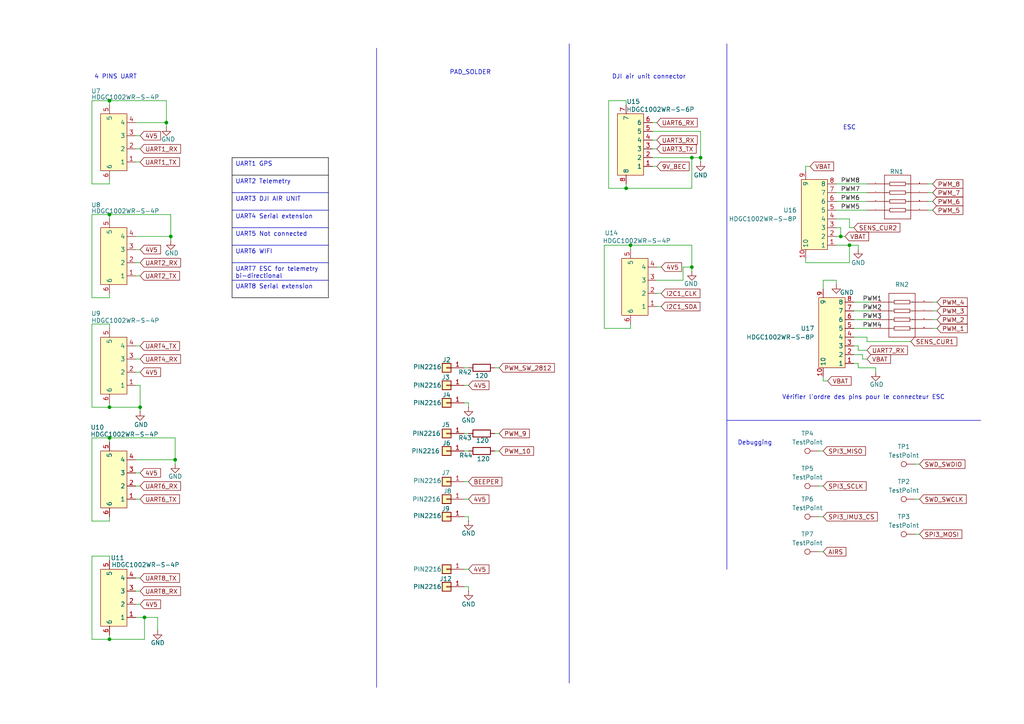
<source format=kicad_sch>
(kicad_sch (version 20250114) (generator "eeschema") (generator_version "9.0")
  (paper "A4")
  (lib_symbols
    (symbol "Connector:TestPoint" (pin_numbers (hide yes)) (pin_names (offset 0.762) (hide yes))
      (property "Reference" "TP" (at 0 6.858 0))
      (property "Value" "TestPoint" (at 0 5.08 0))
      (symbol "TestPoint_0_1"
        (circle (center 0 3.302) (radius 0.762))
      )
      (symbol "TestPoint_1_1"
        (pin passive line (at 0 0 90) (length 2.54) (name "1") (number "1"))
      )
    )
    (symbol "Connector_Generic:Conn_01x01" (pin_names (offset 1.016) (hide yes))
      (property "Reference" "J" (at 0 2.54 0))
      (property "Value" "Conn_01x01" (at 0 -2.54 0))
      (symbol "Conn_01x01_1_1"
        (rectangle (start -1.27 1.27) (end 1.27 -1.27) (stroke (width 0.254)) (fill (type background)))
        (rectangle (start -1.27 0.127) (end 0 -0.127) (stroke (width 0.1524)))
        (pin passive line (at -5.08 0 0) (length 3.81) (name "Pin_1") (number "1"))
      )
    )
    (symbol "Device:R" (pin_numbers (hide yes)) (pin_names (offset 0))
      (property "Reference" "R" (at 2.032 0 90))
      (property "Value" "R" (at 0 0 90))
      (symbol "R_0_1"
        (rectangle (start -1.016 -2.54) (end 1.016 2.54) (stroke (width 0.254)))
      )
      (symbol "R_1_1"
        (pin passive line (at 0 3.81 270) (length 1.27) (name "~") (number "1"))
        (pin passive line (at 0 -3.81 90) (length 1.27) (name "~") (number "2"))
      )
    )
    (symbol "fclib:4D03WGJ0101T5E"
      (property "Reference" "RN2" (at 0 8.89 0))
      (symbol "4D03WGJ0101T5E_1_0"
        (polyline (pts (xy -3.81 6.35) (xy -3.81 -6.35)) (fill (type color) (color 255 255 194 1)))
        (polyline (pts (xy -3.81 6.35) (xy 3.81 6.35)) (fill (type color) (color 255 255 194 1)))
        (polyline (pts (xy -3.81 3.81) (xy -2.286 3.81)))
        (polyline (pts (xy -3.81 1.27) (xy -2.286 1.27)))
        (polyline (pts (xy -3.81 -1.27) (xy -2.286 -1.27)))
        (polyline (pts (xy -3.81 -3.81) (xy -2.286 -3.81)))
        (polyline (pts (xy -3.81 -6.35) (xy 3.81 -6.35)))
        (polyline (pts (xy -2.286 4.318) (xy 2.286 4.318)))
        (polyline (pts (xy -2.286 4.318) (xy -2.286 3.302) (xy -2.286 3.302) (xy 2.286 3.302) (xy 2.286 3.302) (xy 2.286 4.318)))
        (polyline (pts (xy -2.286 1.778) (xy 2.286 1.778)))
        (polyline (pts (xy -2.286 1.778) (xy -2.286 0.762) (xy -2.286 0.762) (xy 2.286 0.762) (xy 2.286 0.762) (xy 2.286 1.778)))
        (polyline (pts (xy -2.286 -0.762) (xy 2.286 -0.762)))
        (polyline (pts (xy -2.286 -0.762) (xy -2.286 -1.778) (xy -2.286 -1.778) (xy 2.286 -1.778) (xy 2.286 -1.778) (xy 2.286 -0.762)))
        (polyline (pts (xy -2.286 -3.302) (xy 2.286 -3.302)))
        (polyline (pts (xy -2.286 -3.302) (xy -2.286 -4.318) (xy -2.286 -4.318) (xy 2.286 -4.318) (xy 2.286 -4.318) (xy 2.286 -3.302)))
        (polyline (pts (xy 2.286 3.81) (xy 3.81 3.81)))
        (polyline (pts (xy 2.286 1.27) (xy 3.81 1.27)))
        (polyline (pts (xy 2.286 -1.27) (xy 3.81 -1.27)))
        (polyline (pts (xy 2.286 -3.81) (xy 3.81 -3.81)))
        (polyline (pts (xy 3.81 6.35) (xy 3.81 -6.35)) (fill (type color) (color 255 255 194 1)))
        (pin passive line (at -8.89 3.81 0) (length 5.08) (name "1") (number "1"))
        (pin passive line (at -8.89 1.27 0) (length 5.08) (name "2") (number "2"))
        (pin passive line (at -8.89 -1.27 0) (length 5.08) (name "3") (number "3"))
        (pin passive line (at -8.89 -3.81 0) (length 5.08) (name "4") (number "4"))
        (pin passive line (at 8.89 3.81 180) (length 5.08) (name "8") (number "8"))
        (pin passive line (at 8.89 1.27 180) (length 5.08) (name "7") (number "7"))
        (pin passive line (at 8.89 -1.27 180) (length 5.08) (name "6") (number "6"))
        (pin passive line (at 8.89 -3.81 180) (length 5.08) (name "5") (number "5"))
      )
    )
    (symbol "fclib:HDGC1002WR-S-4P"
      (property "Reference" "U14" (at 3.048 10.668 0))
      (property "Value" "HDGC1002WR-S-4P" (at 18.796 8.636 0))
      (symbol "HDGC1002WR-S-4P_0_1"
        (rectangle (start -3.81 7.62) (end 3.81 -8.89) (fill (type color) (color 255 255 194 1)))
      )
      (symbol "HDGC1002WR-S-4P_1_1"
        (pin passive line (at -1.27 10.16 270) (length 2.54) (name "5") (number "5"))
        (pin passive line (at -1.27 -11.43 90) (length 2.54) (name "6") (number "6"))
        (pin passive line (at 6.35 5.08 180) (length 2.54) (name "4") (number "4"))
        (pin passive line (at 6.35 1.27 180) (length 2.54) (name "3") (number "3"))
        (pin passive line (at 6.35 -2.54 180) (length 2.54) (name "2") (number "2"))
        (pin passive line (at 6.35 -6.35 180) (length 2.54) (name "1") (number "1"))
      )
    )
    (symbol "fclib:HDGC1002WR-S-6P"
      (property "Reference" "U23" (at 1.778 11.938 0))
      (property "Value" "HDGC1002WR-S-6P" (at 17.526 10.16 0))
      (symbol "HDGC1002WR-S-6P_0_1"
        (rectangle (start -5.08 8.89) (end 2.54 -8.89) (fill (type color) (color 255 255 194 1)))
      )
      (symbol "HDGC1002WR-S-6P_1_1"
        (pin input line (at -2.54 11.43 270) (length 2.54) (name "7") (number "7"))
        (pin input line (at -2.54 -11.43 90) (length 2.54) (name "8") (number "8"))
        (pin input line (at 5.08 6.35 180) (length 2.54) (name "6") (number "6"))
        (pin input line (at 5.08 3.81 180) (length 2.54) (name "5") (number "5"))
        (pin input line (at 5.08 1.27 180) (length 2.54) (name "4") (number "4"))
        (pin input line (at 5.08 -1.27 180) (length 2.54) (name "3") (number "3"))
        (pin input line (at 5.08 -3.81 180) (length 2.54) (name "2") (number "2"))
        (pin input line (at 5.08 -6.35 180) (length 2.54) (name "1") (number "1"))
      )
    )
    (symbol "fclib:HDGC1002WR-S-8P"
      (property "Reference" "U21" (at -5.334 3.048 0))
      (property "Value" "HDGC1002WR-S-8P" (at -4.572 5.334 0))
      (symbol "HDGC1002WR-S-8P_0_1"
        (rectangle (start -3.81 8.89) (end 3.81 -11.43) (fill (type color) (color 255 255 194 1)))
      )
      (symbol "HDGC1002WR-S-8P_1_1"
        (pin input line (at -2.54 11.43 270) (length 2.54) (name "9") (number "9"))
        (pin input line (at -2.54 -13.97 90) (length 2.54) (name "10") (number "10"))
        (pin input line (at 6.35 7.62 180) (length 2.54) (name "8") (number "8"))
        (pin input line (at 6.35 5.08 180) (length 2.54) (name "7") (number "7"))
        (pin input line (at 6.35 2.54 180) (length 2.54) (name "6") (number "6"))
        (pin input line (at 6.35 0 180) (length 2.54) (name "5") (number "5"))
        (pin input line (at 6.35 -2.54 180) (length 2.54) (name "4") (number "4"))
        (pin input line (at 6.35 -5.08 180) (length 2.54) (name "3") (number "3"))
        (pin input line (at 6.35 -7.62 180) (length 2.54) (name "2") (number "2"))
        (pin input line (at 6.35 -10.16 180) (length 2.54) (name "1") (number "1"))
      )
    )
    (symbol "power:GND" (power) (pin_numbers (hide yes)) (pin_names (offset 0) (hide yes))
      (property "Value" "GND" (at 0 -3.81 0))
      (symbol "GND_0_1"
        (polyline (pts (xy 0 0) (xy 0 -1.27) (xy 1.27 -1.27) (xy 0 -2.54) (xy -1.27 -1.27) (xy 0 -1.27)))
      )
      (symbol "GND_1_1"
        (pin power_in line (at 0 0 270) (length 0) (name "~") (number "1"))
      )
    )
  )
  (text "ESC" (at 246.38 37.084 0) (effects (font (size 1.27 1.27))))
  (text "4 PINS UART" (at 33.528 22.352 0) (effects (font (size 1.27 1.27))))
  (text "Debugging" (at 218.948 128.524 0) (effects (font (size 1.27 1.27))))
  (text "Vérifier l'ordre des pins pour le connecteur ESC" (at 250.444 115.316 0) (effects (font (size 1.27 1.27))))
  (text "DJI air unit connector" (at 188.214 22.352 0) (effects (font (size 1.27 1.27))))
  (text "PAD_SOLDER" (at 136.398 21.082 0) (effects (font (size 1.27 1.27))))
  (junction (at 246.38 71.12))
  (junction (at 40.64 118.11))
  (junction (at 200.66 45.72))
  (junction (at 31.75 62.23))
  (junction (at 50.8 133.35))
  (junction (at 49.53 68.58))
  (junction (at 48.26 35.56))
  (junction (at 203.2 45.72))
  (junction (at 31.75 118.11))
  (junction (at 31.75 185.42))
  (junction (at 31.75 127))
  (junction (at 200.66 77.47))
  (junction (at 181.61 54.61))
  (junction (at 31.75 29.21))
  (junction (at 243.84 68.58))
  (junction (at 182.88 71.12))
  (junction (at 41.91 179.07))
  (wire (pts (xy 50.8 133.35) (xy 50.8 134.62)))
  (wire (pts (xy 31.75 116.84) (xy 31.75 118.11)))
  (wire (pts (xy 41.91 179.07) (xy 45.72 179.07)))
  (wire (pts (xy 181.61 53.34) (xy 181.61 54.61)))
  (wire (pts (xy 248.92 105.41) (xy 247.65 105.41)))
  (wire (pts (xy 39.37 107.95) (xy 40.64 107.95)))
  (wire (pts (xy 238.76 81.28) (xy 238.76 83.82)))
  (wire (pts (xy 269.24 53.34) (xy 270.51 53.34)))
  (wire (pts (xy 50.8 127) (xy 31.75 127)))
  (polyline (pts (xy 210.82 12.7) (xy 210.82 165.1)))
  (wire (pts (xy 40.64 111.76) (xy 40.64 118.11)))
  (wire (pts (xy 247.65 92.71) (xy 252.73 92.71)))
  (wire (pts (xy 31.75 149.86) (xy 31.75 151.13)))
  (wire (pts (xy 26.67 127) (xy 26.67 151.13)))
  (wire (pts (xy 31.75 185.42) (xy 41.91 185.42)))
  (wire (pts (xy 248.92 106.68) (xy 254 106.68)))
  (wire (pts (xy 31.75 95.25) (xy 31.75 93.98)))
  (wire (pts (xy 269.24 60.96) (xy 270.51 60.96)))
  (wire (pts (xy 242.57 66.04) (xy 243.84 66.04)))
  (wire (pts (xy 242.57 71.12) (xy 246.38 71.12)))
  (wire (pts (xy 39.37 76.2) (xy 40.64 76.2)))
  (wire (pts (xy 246.38 71.12) (xy 246.38 76.2)))
  (wire (pts (xy 26.67 93.98) (xy 26.67 118.11)))
  (wire (pts (xy 242.57 58.42) (xy 251.46 58.42)))
  (wire (pts (xy 40.64 118.11) (xy 40.64 119.38)))
  (wire (pts (xy 134.62 139.7) (xy 135.89 139.7)))
  (wire (pts (xy 203.2 38.1) (xy 203.2 45.72)))
  (wire (pts (xy 39.37 137.16) (xy 40.64 137.16)))
  (wire (pts (xy 189.23 38.1) (xy 203.2 38.1)))
  (wire (pts (xy 182.88 93.98) (xy 182.88 95.25)))
  (wire (pts (xy 31.75 162.56) (xy 31.75 161.29)))
  (wire (pts (xy 189.23 48.26) (xy 190.5 48.26)))
  (wire (pts (xy 247.65 95.25) (xy 252.73 95.25)))
  (wire (pts (xy 198.12 77.47) (xy 200.66 77.47)))
  (wire (pts (xy 190.5 85.09) (xy 191.77 85.09)))
  (wire (pts (xy 134.62 111.76) (xy 135.89 111.76)))
  (wire (pts (xy 39.37 140.97) (xy 40.64 140.97)))
  (wire (pts (xy 143.51 130.81) (xy 144.78 130.81)))
  (polyline (pts (xy 109.22 13.97) (xy 109.22 199.39)))
  (wire (pts (xy 50.8 133.35) (xy 50.8 127)))
  (wire (pts (xy 242.57 55.88) (xy 251.46 55.88)))
  (wire (pts (xy 242.57 68.58) (xy 243.84 68.58)))
  (wire (pts (xy 31.75 63.5) (xy 31.75 62.23)))
  (wire (pts (xy 242.57 60.96) (xy 251.46 60.96)))
  (wire (pts (xy 135.89 170.18) (xy 134.62 170.18)))
  (wire (pts (xy 265.43 134.62) (xy 266.7 134.62)))
  (wire (pts (xy 189.23 45.72) (xy 200.66 45.72)))
  (wire (pts (xy 269.24 58.42) (xy 270.51 58.42)))
  (wire (pts (xy 31.75 52.07) (xy 31.75 53.34)))
  (wire (pts (xy 265.43 144.78) (xy 266.7 144.78)))
  (wire (pts (xy 181.61 54.61) (xy 200.66 54.61)))
  (wire (pts (xy 248.92 71.12) (xy 246.38 71.12)))
  (wire (pts (xy 237.49 160.02) (xy 238.76 160.02)))
  (polyline (pts (xy 210.82 121.92) (xy 284.48 121.92)))
  (wire (pts (xy 39.37 39.37) (xy 40.64 39.37)))
  (wire (pts (xy 242.57 53.34) (xy 251.46 53.34)))
  (wire (pts (xy 143.51 125.73) (xy 144.78 125.73)))
  (wire (pts (xy 189.23 35.56) (xy 190.5 35.56)))
  (wire (pts (xy 31.75 30.48) (xy 31.75 29.21)))
  (wire (pts (xy 31.75 161.29) (xy 26.67 161.29)))
  (polyline (pts (xy 165.1 12.7) (xy 165.1 198.12)))
  (wire (pts (xy 41.91 185.42) (xy 41.91 179.07)))
  (wire (pts (xy 135.89 151.13) (xy 135.89 149.86)))
  (wire (pts (xy 200.66 71.12) (xy 200.66 77.47)))
  (wire (pts (xy 203.2 45.72) (xy 200.66 45.72)))
  (wire (pts (xy 135.89 118.11) (xy 135.89 116.84)))
  (wire (pts (xy 39.37 46.99) (xy 40.64 46.99)))
  (wire (pts (xy 26.67 161.29) (xy 26.67 185.42)))
  (wire (pts (xy 234.95 48.26) (xy 233.68 48.26)))
  (wire (pts (xy 247.65 87.63) (xy 252.73 87.63)))
  (wire (pts (xy 26.67 53.34) (xy 31.75 53.34)))
  (wire (pts (xy 49.53 69.85) (xy 49.53 68.58)))
  (wire (pts (xy 246.38 76.2) (xy 233.68 76.2)))
  (wire (pts (xy 182.88 71.12) (xy 175.26 71.12)))
  (wire (pts (xy 31.75 127) (xy 26.67 127)))
  (wire (pts (xy 247.65 100.33) (xy 248.92 100.33)))
  (wire (pts (xy 200.66 77.47) (xy 200.66 78.74)))
  (wire (pts (xy 247.65 102.87) (xy 250.19 102.87)))
  (wire (pts (xy 49.53 68.58) (xy 49.53 62.23)))
  (wire (pts (xy 26.67 151.13) (xy 31.75 151.13)))
  (wire (pts (xy 270.51 87.63) (xy 271.78 87.63)))
  (wire (pts (xy 264.16 99.06) (xy 251.46 99.06)))
  (wire (pts (xy 39.37 104.14) (xy 40.64 104.14)))
  (wire (pts (xy 39.37 111.76) (xy 40.64 111.76)))
  (wire (pts (xy 134.62 144.78) (xy 135.89 144.78)))
  (wire (pts (xy 250.19 104.14) (xy 251.46 104.14)))
  (wire (pts (xy 48.26 36.83) (xy 48.26 35.56)))
  (wire (pts (xy 31.75 29.21) (xy 48.26 29.21)))
  (wire (pts (xy 233.68 74.93) (xy 233.68 76.2)))
  (wire (pts (xy 39.37 167.64) (xy 40.64 167.64)))
  (wire (pts (xy 189.23 40.64) (xy 190.5 40.64)))
  (wire (pts (xy 270.51 95.25) (xy 271.78 95.25)))
  (wire (pts (xy 175.26 71.12) (xy 175.26 95.25)))
  (wire (pts (xy 248.92 101.6) (xy 251.46 101.6)))
  (wire (pts (xy 26.67 185.42) (xy 31.75 185.42)))
  (wire (pts (xy 189.23 43.18) (xy 190.5 43.18)))
  (wire (pts (xy 135.89 171.45) (xy 135.89 170.18)))
  (wire (pts (xy 248.92 100.33) (xy 248.92 101.6)))
  (wire (pts (xy 31.75 128.27) (xy 31.75 127)))
  (wire (pts (xy 45.72 182.88) (xy 45.72 179.07)))
  (wire (pts (xy 237.49 130.81) (xy 238.76 130.81)))
  (wire (pts (xy 31.75 184.15) (xy 31.75 185.42)))
  (wire (pts (xy 39.37 100.33) (xy 40.64 100.33)))
  (wire (pts (xy 242.57 81.28) (xy 238.76 81.28)))
  (wire (pts (xy 203.2 46.99) (xy 203.2 45.72)))
  (wire (pts (xy 39.37 35.56) (xy 48.26 35.56)))
  (wire (pts (xy 31.75 62.23) (xy 26.67 62.23)))
  (wire (pts (xy 134.62 130.81) (xy 135.89 130.81)))
  (wire (pts (xy 135.89 149.86) (xy 134.62 149.86)))
  (wire (pts (xy 198.12 81.28) (xy 198.12 77.47)))
  (wire (pts (xy 143.51 106.68) (xy 144.78 106.68)))
  (wire (pts (xy 247.65 66.04) (xy 246.38 66.04)))
  (wire (pts (xy 31.75 93.98) (xy 26.67 93.98)))
  (wire (pts (xy 26.67 118.11) (xy 31.75 118.11)))
  (wire (pts (xy 270.51 92.71) (xy 271.78 92.71)))
  (wire (pts (xy 26.67 86.36) (xy 31.75 86.36)))
  (wire (pts (xy 135.89 116.84) (xy 134.62 116.84)))
  (wire (pts (xy 134.62 106.68) (xy 135.89 106.68)))
  (wire (pts (xy 190.5 81.28) (xy 198.12 81.28)))
  (wire (pts (xy 265.43 154.94) (xy 266.7 154.94)))
  (wire (pts (xy 247.65 90.17) (xy 252.73 90.17)))
  (wire (pts (xy 26.67 29.21) (xy 26.67 53.34)))
  (wire (pts (xy 190.5 88.9) (xy 191.77 88.9)))
  (wire (pts (xy 39.37 133.35) (xy 50.8 133.35)))
  (wire (pts (xy 134.62 125.73) (xy 135.89 125.73)))
  (wire (pts (xy 181.61 29.21) (xy 176.53 29.21)))
  (wire (pts (xy 175.26 95.25) (xy 182.88 95.25)))
  (wire (pts (xy 134.62 165.1) (xy 135.89 165.1)))
  (wire (pts (xy 251.46 99.06) (xy 251.46 97.79)))
  (wire (pts (xy 254 106.68) (xy 254 107.95)))
  (wire (pts (xy 176.53 29.21) (xy 176.53 54.61)))
  (wire (pts (xy 246.38 66.04) (xy 246.38 63.5)))
  (wire (pts (xy 190.5 77.47) (xy 191.77 77.47)))
  (wire (pts (xy 242.57 81.28) (xy 242.57 82.55)))
  (wire (pts (xy 251.46 97.79) (xy 247.65 97.79)))
  (wire (pts (xy 39.37 144.78) (xy 40.64 144.78)))
  (wire (pts (xy 39.37 68.58) (xy 49.53 68.58)))
  (wire (pts (xy 49.53 62.23) (xy 31.75 62.23)))
  (wire (pts (xy 242.57 63.5) (xy 246.38 63.5)))
  (wire (pts (xy 250.19 102.87) (xy 250.19 104.14)))
  (wire (pts (xy 237.49 149.86) (xy 238.76 149.86)))
  (wire (pts (xy 243.84 68.58) (xy 245.11 68.58)))
  (wire (pts (xy 248.92 72.39) (xy 248.92 71.12)))
  (wire (pts (xy 181.61 29.21) (xy 181.61 30.48)))
  (wire (pts (xy 237.49 140.97) (xy 238.76 140.97)))
  (wire (pts (xy 243.84 66.04) (xy 243.84 68.58)))
  (wire (pts (xy 182.88 72.39) (xy 182.88 71.12)))
  (wire (pts (xy 39.37 72.39) (xy 40.64 72.39)))
  (wire (pts (xy 31.75 29.21) (xy 26.67 29.21)))
  (wire (pts (xy 176.53 54.61) (xy 181.61 54.61)))
  (wire (pts (xy 182.88 71.12) (xy 200.66 71.12)))
  (wire (pts (xy 238.76 110.49) (xy 238.76 109.22)))
  (wire (pts (xy 48.26 29.21) (xy 48.26 35.56)))
  (wire (pts (xy 39.37 80.01) (xy 40.64 80.01)))
  (wire (pts (xy 31.75 85.09) (xy 31.75 86.36)))
  (wire (pts (xy 269.24 55.88) (xy 270.51 55.88)))
  (wire (pts (xy 26.67 62.23) (xy 26.67 86.36)))
  (wire (pts (xy 39.37 179.07) (xy 41.91 179.07)))
  (wire (pts (xy 270.51 90.17) (xy 271.78 90.17)))
  (wire (pts (xy 39.37 43.18) (xy 40.64 43.18)))
  (wire (pts (xy 31.75 118.11) (xy 40.64 118.11)))
  (wire (pts (xy 233.68 48.26) (xy 233.68 49.53)))
  (wire (pts (xy 39.37 175.26) (xy 40.64 175.26)))
  (wire (pts (xy 39.37 171.45) (xy 40.64 171.45)))
  (wire (pts (xy 200.66 45.72) (xy 200.66 54.61)))
  (wire (pts (xy 240.03 110.49) (xy 238.76 110.49)))
  (wire (pts (xy 248.92 105.41) (xy 248.92 106.68)))
  (table (column_count 1) (border (external yes) (header yes) (stroke (width 0) (color 0 0 0 1))) (separators (rows yes) (cols yes)) (column_widths 27.94) (row_heights 5.08 5.08 5.08 5.08 5.08 5.08 5.08 5.08) (cells (table_cell "UART1 GPS" (at 67.31 45.72 0) (size 27.94 5.08) (margins 0.9525 0.9525 0.9525 0.9525) (span 1 1)) (table_cell "UART2 Telemetry\n" (at 67.31 50.8 0) (size 27.94 5.08) (margins 0.9525 0.9525 0.9525 0.9525) (span 1 1)) (table_cell "UART3 DJI AIR UNIT" (at 67.31 55.88 0) (size 27.94 5.08) (margins 0.9525 0.9525 0.9525 0.9525) (span 1 1)) (table_cell "UART4 Serial extension" (at 67.31 60.96 0) (size 27.94 5.08) (margins 0.9525 0.9525 0.9525 0.9525) (span 1 1)) (table_cell "UART5 Not connected" (at 67.31 66.04 0) (size 27.94 5.08) (margins 0.9525 0.9525 0.9525 0.9525) (span 1 1)) (table_cell "UART6 WIFI" (at 67.31 71.12 0) (size 27.94 5.08) (margins 0.9525 0.9525 0.9525 0.9525) (span 1 1)) (table_cell "UART7 ESC for telemetry bi-directional" (at 67.31 76.2 0) (size 27.94 5.08) (margins 0.9525 0.9525 0.9525 0.9525) (span 1 1)) (table_cell "UART8 Serial extension" (at 67.31 81.28 0) (size 27.94 5.08) (margins 0.9525 0.9525 0.9525 0.9525) (span 1 1))))
  (label "PWM8" (at 243.84 53.34 0))
  (label "PWM1" (at 250.19 87.63 0))
  (label "PWM4" (at 250.19 95.25 0))
  (label "PWM6" (at 243.84 58.42 0))
  (label "PWM5" (at 243.84 60.96 0))
  (label "PWM3" (at 250.19 92.71 0))
  (label "PWM2" (at 250.19 90.17 0))
  (label "PWM7" (at 243.84 55.88 0))
  (global_label "4V5" (shape input) (at 40.64 137.16 0) (property "Intersheetrefs" "${INTERSHEET_REFS}" (effects (hide yes))))
  (global_label "4V5" (shape input) (at 135.89 111.76 0) (property "Intersheetrefs" "${INTERSHEET_REFS}" (effects (hide yes))))
  (global_label "SWD_SWCLK" (shape input) (at 266.7 144.78 0) (property "Intersheetrefs" "${INTERSHEET_REFS}" (effects (hide yes))))
  (global_label "SENS_CUR1" (shape input) (at 264.16 99.06 0) (property "Intersheetrefs" "${INTERSHEET_REFS}" (effects (hide yes))))
  (global_label "UART6_RX" (shape input) (at 40.64 140.97 0) (property "Intersheetrefs" "${INTERSHEET_REFS}" (effects (hide yes))))
  (global_label "UART7_RX" (shape input) (at 251.46 101.6 0) (property "Intersheetrefs" "${INTERSHEET_REFS}" (effects (hide yes))))
  (global_label "PWM_5" (shape input) (at 270.51 60.96 0) (property "Intersheetrefs" "${INTERSHEET_REFS}" (effects (hide yes))))
  (global_label "VBAT" (shape input) (at 240.03 110.49 0) (property "Intersheetrefs" "${INTERSHEET_REFS}" (effects (hide yes))))
  (global_label "SPI3_MISO" (shape input) (at 238.76 130.81 0) (property "Intersheetrefs" "${INTERSHEET_REFS}" (effects (hide yes))))
  (global_label "SENS_CUR2" (shape input) (at 247.65 66.04 0) (property "Intersheetrefs" "${INTERSHEET_REFS}" (effects (hide yes))))
  (global_label "PWM_4" (shape input) (at 271.78 87.63 0) (property "Intersheetrefs" "${INTERSHEET_REFS}" (effects (hide yes))))
  (global_label "PWM_1" (shape input) (at 271.78 95.25 0) (property "Intersheetrefs" "${INTERSHEET_REFS}" (effects (hide yes))))
  (global_label "I2C1_SDA" (shape input) (at 191.77 88.9 0) (property "Intersheetrefs" "${INTERSHEET_REFS}" (effects (hide yes))))
  (global_label "PWM_3" (shape input) (at 271.78 90.17 0) (property "Intersheetrefs" "${INTERSHEET_REFS}" (effects (hide yes))))
  (global_label "4V5" (shape input) (at 191.77 77.47 0) (property "Intersheetrefs" "${INTERSHEET_REFS}" (effects (hide yes))))
  (global_label "UART4_RX" (shape input) (at 40.64 104.14 0) (property "Intersheetrefs" "${INTERSHEET_REFS}" (effects (hide yes))))
  (global_label "VBAT" (shape input) (at 245.11 68.58 0) (property "Intersheetrefs" "${INTERSHEET_REFS}" (effects (hide yes))))
  (global_label "UART2_RX" (shape input) (at 40.64 76.2 0) (property "Intersheetrefs" "${INTERSHEET_REFS}" (effects (hide yes))))
  (global_label "UART4_TX" (shape input) (at 40.64 100.33 0) (property "Intersheetrefs" "${INTERSHEET_REFS}" (effects (hide yes))))
  (global_label "SPI3_IMU3_CS" (shape input) (at 238.76 149.86 0) (property "Intersheetrefs" "${INTERSHEET_REFS}" (effects (hide yes))))
  (global_label "PWM_SW_2812" (shape input) (at 144.78 106.68 0) (property "Intersheetrefs" "${INTERSHEET_REFS}" (effects (hide yes))))
  (global_label "PWM_6" (shape input) (at 270.51 58.42 0) (property "Intersheetrefs" "${INTERSHEET_REFS}" (effects (hide yes))))
  (global_label "SPI3_MOSI" (shape input) (at 266.7 154.94 0) (property "Intersheetrefs" "${INTERSHEET_REFS}" (effects (hide yes))))
  (global_label "4V5" (shape input) (at 40.64 107.95 0) (property "Intersheetrefs" "${INTERSHEET_REFS}" (effects (hide yes))))
  (global_label "UART8_TX" (shape input) (at 40.64 167.64 0) (property "Intersheetrefs" "${INTERSHEET_REFS}" (effects (hide yes))))
  (global_label "BEEPER" (shape input) (at 135.89 139.7 0) (property "Intersheetrefs" "${INTERSHEET_REFS}" (effects (hide yes))))
  (global_label "PWM_9" (shape input) (at 144.78 125.73 0) (property "Intersheetrefs" "${INTERSHEET_REFS}" (effects (hide yes))))
  (global_label "UART3_RX" (shape input) (at 190.5 40.64 0) (property "Intersheetrefs" "${INTERSHEET_REFS}" (effects (hide yes))))
  (global_label "4V5" (shape input) (at 40.64 72.39 0) (property "Intersheetrefs" "${INTERSHEET_REFS}" (effects (hide yes))))
  (global_label "UART8_RX" (shape input) (at 40.64 171.45 0) (property "Intersheetrefs" "${INTERSHEET_REFS}" (effects (hide yes))))
  (global_label "PWM_7" (shape input) (at 270.51 55.88 0) (property "Intersheetrefs" "${INTERSHEET_REFS}" (effects (hide yes))))
  (global_label "9V_BEC" (shape input) (at 190.5 48.26 0) (property "Intersheetrefs" "${INTERSHEET_REFS}" (effects (hide yes))))
  (global_label "SPI3_SCLK" (shape input) (at 238.76 140.97 0) (property "Intersheetrefs" "${INTERSHEET_REFS}" (effects (hide yes))))
  (global_label "UART2_TX" (shape input) (at 40.64 80.01 0) (property "Intersheetrefs" "${INTERSHEET_REFS}" (effects (hide yes))))
  (global_label "UART6_RX" (shape input) (at 190.5 35.56 0) (property "Intersheetrefs" "${INTERSHEET_REFS}" (effects (hide yes))))
  (global_label "4V5" (shape input) (at 40.64 39.37 0) (property "Intersheetrefs" "${INTERSHEET_REFS}" (effects (hide yes))))
  (global_label "PWM_2" (shape input) (at 271.78 92.71 0) (property "Intersheetrefs" "${INTERSHEET_REFS}" (effects (hide yes))))
  (global_label "VBAT" (shape input) (at 251.46 104.14 0) (property "Intersheetrefs" "${INTERSHEET_REFS}" (effects (hide yes))))
  (global_label "AIRS" (shape input) (at 238.76 160.02 0) (property "Intersheetrefs" "${INTERSHEET_REFS}" (effects (hide yes))))
  (global_label "PWM_10" (shape input) (at 144.78 130.81 0) (property "Intersheetrefs" "${INTERSHEET_REFS}" (effects (hide yes))))
  (global_label "UART6_TX" (shape input) (at 40.64 144.78 0) (property "Intersheetrefs" "${INTERSHEET_REFS}" (effects (hide yes))))
  (global_label "I2C1_CLK" (shape input) (at 191.77 85.09 0) (property "Intersheetrefs" "${INTERSHEET_REFS}" (effects (hide yes))))
  (global_label "VBAT" (shape input) (at 234.95 48.26 0) (property "Intersheetrefs" "${INTERSHEET_REFS}" (effects (hide yes))))
  (global_label "SWD_SWDIO" (shape input) (at 266.7 134.62 0) (property "Intersheetrefs" "${INTERSHEET_REFS}" (effects (hide yes))))
  (global_label "4V5" (shape input) (at 135.89 165.1 0) (property "Intersheetrefs" "${INTERSHEET_REFS}" (effects (hide yes))))
  (global_label "UART3_TX" (shape input) (at 190.5 43.18 0) (property "Intersheetrefs" "${INTERSHEET_REFS}" (effects (hide yes))))
  (global_label "4V5" (shape input) (at 135.89 144.78 0) (property "Intersheetrefs" "${INTERSHEET_REFS}" (effects (hide yes))))
  (global_label "4V5" (shape input) (at 40.64 175.26 0) (property "Intersheetrefs" "${INTERSHEET_REFS}" (effects (hide yes))))
  (global_label "UART1_TX" (shape input) (at 40.64 46.99 0) (property "Intersheetrefs" "${INTERSHEET_REFS}" (effects (hide yes))))
  (global_label "UART1_RX" (shape input) (at 40.64 43.18 0) (property "Intersheetrefs" "${INTERSHEET_REFS}" (effects (hide yes))))
  (global_label "PWM_8" (shape input) (at 270.51 53.34 0) (property "Intersheetrefs" "${INTERSHEET_REFS}" (effects (hide yes))))
  (symbol (lib_id "Connector:TestPoint") (at 265.43 154.94 90) (unit 1)
    (property "Reference" "TP3" (at 262.128 149.86 90))
    (property "Value" "TestPoint" (at 262.128 152.4 90))
    (property "Footprint" "fch7:TestPoint_Pad_D0.8" (effects (hide yes)))
    (property "Description" "test point" (effects (hide yes)))
  )
  (symbol (lib_id "fclib:HDGC1002WR-S-4P") (at 33.02 105.41 0) (unit 1)
    (property "Reference" "U9" (at 29.21 90.932 0) (effects (justify right)))
    (property "Value" "HDGC1002WR-S-4P" (at 46.228 92.964 0) (effects (justify right)))
    (property "Footprint" "fch7:CONN-SMD_4P-P1.00_HDGC_HDGC1002WR-S-4P" (effects (hide yes)))
    (property "Datasheet" "https://www.lcsc.com/datasheet/C2936214.pdf" (effects (hide yes)))
    (property "MPN" "HDGC1002WR-S-4P" (effects (hide yes)))
    (property "Manufacturer" "HDGC" (effects (hide yes)))
  )
  (symbol (lib_id "Connector_Generic:Conn_01x01") (at 129.54 111.76 180) (unit 1)
    (property "Reference" "J3" (at 129.286 109.474 0))
    (property "Value" "PIN2216" (at 123.952 111.76 0))
    (property "Footprint" "fch7:SolderPad_1x01_SMD_1.2x1.6mm" (effects (hide yes)))
    (property "Description" "Generic connector, single row, 01x01, script generated (kicad-library-utils/schlib/autogen/connector/)" (effects (hide yes)))
  )
  (symbol (lib_id "power:GND") (at 40.64 119.38 0) (unit 1)
    (property "Reference" "#PWR054" (effects (hide yes)))
    (property "Value" "GND" (at 38.862 123.19 0) (effects (justify left)))
    (property "Description" "Power symbol creates a global label with name \"GND\" , ground" (effects (hide yes)))
  )
  (symbol (lib_id "Connector:TestPoint") (at 237.49 160.02 90) (unit 1)
    (property "Reference" "TP7" (at 234.188 154.94 90))
    (property "Value" "TestPoint" (at 234.188 157.48 90))
    (property "Footprint" "fch7:TestPoint_Pad_D0.8" (effects (hide yes)))
    (property "Description" "test point" (effects (hide yes)))
  )
  (symbol (lib_id "fclib:4D03WGJ0101T5E") (at 261.62 91.44 0) (unit 1)
    (property "Reference" "RN2" (at 261.62 82.55 0))
    (property "Value" "100Ω" (effects (hide yes)))
    (property "Footprint" "fch7:RES-ARRAY-SMD_0603-8P-L3.2-W1.6-BL" (effects (hide yes)))
    (property "Datasheet" "https://item.szlcsc.com/datasheet/4D03WGJ0101T5E/26249.html" (effects (hide yes)))
    (property "Description" "Number of Resistors: Resistance:100Ω Tolerance:±5% Tolerance:±5% Power(Watts):62.5mW Temperature Coefficient:±200ppm/°C Temperature Coefficient:±200ppm/°C Number of Pins:" (effects (hide yes)))
    (property "Manufacturer Part" "4D03WGJ0101T5E" (effects (hide yes)))
    (property "Manufacturer" "UNI-ROYAL(厚声)" (effects (hide yes)))
    (property "Supplier Part" "C25506" (effects (hide yes)))
    (property "Supplier" "LCSC" (effects (hide yes)))
    (property "LCSC Part Name" "100Ω ±5%" (effects (hide yes)))
    (property "MPN" "4D03WGJ0101T5E" (effects (hide yes)))
  )
  (symbol (lib_id "Connector:TestPoint") (at 237.49 130.81 90) (unit 1)
    (property "Reference" "TP4" (at 234.188 125.73 90))
    (property "Value" "TestPoint" (at 234.188 128.27 90))
    (property "Footprint" "fch7:TestPoint_Pad_D0.8" (effects (hide yes)))
    (property "Description" "test point" (effects (hide yes)))
  )
  (symbol (lib_id "fclib:HDGC1002WR-S-6P") (at 184.15 41.91 0) (unit 1)
    (property "Reference" "U15" (at 185.674 29.464 0) (effects (justify right)))
    (property "Value" "HDGC1002WR-S-6P" (at 201.422 31.75 0) (effects (justify right)))
    (property "Footprint" "fch7:CONN-SMD_HDGC1002WR-S-6P" (effects (hide yes)))
    (property "Datasheet" "https://www.lcsc.com/datasheet/C3041141.pdf" (effects (hide yes)))
    (property "MPN" "HDGC1002WR-S-6P" (effects (hide yes)))
    (property "Manufacturer" "HDGC" (effects (hide yes)))
  )
  (symbol (lib_id "fclib:HDGC1002WR-S-4P") (at 33.02 73.66 0) (unit 1)
    (property "Reference" "U8" (at 29.21 59.436 0) (effects (justify right)))
    (property "Value" "HDGC1002WR-S-4P" (at 46.228 61.214 0) (effects (justify right)))
    (property "Footprint" "fch7:CONN-SMD_4P-P1.00_HDGC_HDGC1002WR-S-4P" (effects (hide yes)))
    (property "Datasheet" "https://www.lcsc.com/datasheet/C2936214.pdf" (effects (hide yes)))
    (property "MPN" "HDGC1002WR-S-4P" (effects (hide yes)))
    (property "Manufacturer" "HDGC" (effects (hide yes)))
  )
  (symbol (lib_id "power:GND") (at 50.8 134.62 0) (unit 1)
    (property "Reference" "#PWR055" (effects (hide yes)))
    (property "Value" "GND" (at 48.768 138.176 0) (effects (justify left)))
    (property "Description" "Power symbol creates a global label with name \"GND\" , ground" (effects (hide yes)))
  )
  (symbol (lib_id "Connector_Generic:Conn_01x01") (at 129.54 116.84 180) (unit 1)
    (property "Reference" "J4" (at 129.54 114.554 0))
    (property "Value" "PIN2216" (at 123.952 116.84 0))
    (property "Footprint" "fch7:SolderPad_1x01_SMD_1.2x1.6mm" (effects (hide yes)))
    (property "Description" "Generic connector, single row, 01x01, script generated (kicad-library-utils/schlib/autogen/connector/)" (effects (hide yes)))
  )
  (symbol (lib_id "fclib:HDGC1002WR-S-4P") (at 184.15 82.55 0) (unit 1)
    (property "Reference" "U14" (at 179.324 67.564 0) (effects (justify right)))
    (property "Value" "HDGC1002WR-S-4P" (at 194.564 69.85 0) (effects (justify right)))
    (property "Footprint" "fch7:CONN-SMD_4P-P1.00_HDGC_HDGC1002WR-S-4P" (effects (hide yes)))
    (property "Datasheet" "https://www.lcsc.com/datasheet/C2936214.pdf" (effects (hide yes)))
    (property "MPN" "HDGC1002WR-S-4P" (effects (hide yes)))
    (property "Manufacturer" "HDGC" (effects (hide yes)))
  )
  (symbol (lib_id "Connector:TestPoint") (at 237.49 140.97 90) (unit 1)
    (property "Reference" "TP5" (at 234.188 135.89 90))
    (property "Value" "TestPoint" (at 234.188 138.43 90))
    (property "Footprint" "fch7:TestPoint_Pad_D0.8" (effects (hide yes)))
    (property "Description" "test point" (effects (hide yes)))
  )
  (symbol (lib_id "Connector_Generic:Conn_01x01") (at 129.54 165.1 180) (unit 1)
    (property "Reference" "J11" (effects (hide yes)))
    (property "Value" "PIN2216" (at 123.952 165.1 0))
    (property "Footprint" "fch7:SolderPad_1x01_SMD_1.2x1.6mm" (effects (hide yes)))
    (property "Description" "Generic connector, single row, 01x01, script generated (kicad-library-utils/schlib/autogen/connector/)" (effects (hide yes)))
  )
  (symbol (lib_id "Connector:TestPoint") (at 265.43 134.62 90) (unit 1)
    (property "Reference" "TP1" (at 262.128 129.54 90))
    (property "Value" "TestPoint" (at 262.128 132.08 90))
    (property "Footprint" "fch7:TestPoint_Pad_D0.8" (effects (hide yes)))
    (property "Description" "test point" (effects (hide yes)))
  )
  (symbol (lib_id "fclib:HDGC1002WR-S-4P") (at 33.02 138.43 0) (unit 1)
    (property "Reference" "U10" (at 30.226 123.952 0) (effects (justify right)))
    (property "Value" "HDGC1002WR-S-4P" (at 45.974 125.984 0) (effects (justify right)))
    (property "Footprint" "fch7:CONN-SMD_4P-P1.00_HDGC_HDGC1002WR-S-4P" (effects (hide yes)))
    (property "Datasheet" "https://www.lcsc.com/datasheet/C2936214.pdf" (effects (hide yes)))
    (property "MPN" "HDGC1002WR-S-4P" (effects (hide yes)))
    (property "Manufacturer" "HDGC" (effects (hide yes)))
  )
  (symbol (lib_id "Device:R") (at 139.7 130.81 90) (unit 1)
    (property "Reference" "R44" (at 135.128 132.08 90))
    (property "Value" "120" (at 140.208 133.096 90))
    (property "Footprint" "Resistor_SMD:R_0603_1608Metric" (effects (hide yes)))
    (property "Datasheet" "https://www.lcsc.com/datasheet/C22787.pdf" (effects (hide yes)))
    (property "Description" "Resistor" (effects (hide yes)))
    (property "MPN" "0603WAF1200T5E" (effects (hide yes)))
    (property "Manufacturer" "UNI-ROYAL" (effects (hide yes)))
  )
  (symbol (lib_id "fclib:HDGC1002WR-S-4P") (at 33.02 40.64 0) (unit 1)
    (property "Reference" "U7" (at 29.21 26.416 0) (effects (justify right)))
    (property "Value" "HDGC1002WR-S-4P" (at 46.228 28.194 0) (effects (justify right)))
    (property "Footprint" "fch7:CONN-SMD_4P-P1.00_HDGC_HDGC1002WR-S-4P" (effects (hide yes)))
    (property "Datasheet" "https://www.lcsc.com/datasheet/C2936214.pdf" (effects (hide yes)))
    (property "MPN" "HDGC1002WR-S-4P" (effects (hide yes)))
    (property "Manufacturer" "HDGC" (effects (hide yes)))
  )
  (symbol (lib_id "power:GND") (at 203.2 46.99 0) (unit 1)
    (property "Reference" "#PWR063" (effects (hide yes)))
    (property "Value" "GND" (at 201.168 50.8 0) (effects (justify left)))
    (property "Description" "Power symbol creates a global label with name \"GND\" , ground" (effects (hide yes)))
  )
  (symbol (lib_id "power:GND") (at 248.92 72.39 0) (unit 1)
    (property "Reference" "#PWR067" (effects (hide yes)))
    (property "Value" "GND" (at 248.92 76.2 0))
    (property "Description" "Power symbol creates a global label with name \"GND\" , ground" (effects (hide yes)))
  )
  (symbol (lib_id "power:GND") (at 242.57 82.55 0) (unit 1)
    (property "Reference" "#PWR065" (effects (hide yes)))
    (property "Value" "GND" (at 243.586 84.836 0) (effects (justify left)))
    (property "Description" "Power symbol creates a global label with name \"GND\" , ground" (effects (hide yes)))
  )
  (symbol (lib_id "power:GND") (at 135.89 171.45 0) (unit 1)
    (property "Reference" "#PWR058" (effects (hide yes)))
    (property "Value" "GND" (at 135.89 175.26 0))
    (property "Description" "Power symbol creates a global label with name \"GND\" , ground" (effects (hide yes)))
  )
  (symbol (lib_id "Device:R") (at 139.7 125.73 90) (unit 1)
    (property "Reference" "R43" (at 134.874 127 90))
    (property "Value" "120" (at 139.954 127.762 90))
    (property "Footprint" "Resistor_SMD:R_0603_1608Metric" (effects (hide yes)))
    (property "Datasheet" "https://www.lcsc.com/datasheet/C22787.pdf" (effects (hide yes)))
    (property "Description" "Resistor" (effects (hide yes)))
    (property "MPN" "0603WAF1200T5E" (effects (hide yes)))
    (property "Manufacturer" "UNI-ROYAL" (effects (hide yes)))
  )
  (symbol (lib_id "power:GND") (at 200.66 78.74 0) (unit 1)
    (property "Reference" "#PWR060" (effects (hide yes)))
    (property "Value" "GND" (at 198.374 82.296 0) (effects (justify left)))
    (property "Description" "Power symbol creates a global label with name \"GND\" , ground" (effects (hide yes)))
  )
  (symbol (lib_id "power:GND") (at 135.89 118.11 0) (unit 1)
    (property "Reference" "#PWR056" (effects (hide yes)))
    (property "Value" "GND" (at 135.89 121.92 0))
    (property "Description" "Power symbol creates a global label with name \"GND\" , ground" (effects (hide yes)))
  )
  (symbol (lib_id "Connector:TestPoint") (at 237.49 149.86 90) (unit 1)
    (property "Reference" "TP6" (at 234.188 144.78 90))
    (property "Value" "TestPoint" (at 234.188 147.32 90))
    (property "Footprint" "fch7:TestPoint_Pad_D0.8" (effects (hide yes)))
    (property "Description" "test point" (effects (hide yes)))
  )
  (symbol (lib_id "Connector_Generic:Conn_01x01") (at 129.54 139.7 180) (unit 1)
    (property "Reference" "J7" (at 129.286 137.16 0))
    (property "Value" "PIN2216" (at 123.952 139.446 0))
    (property "Footprint" "fch7:SolderPad_1x01_SMD_1.2x1.6mm" (effects (hide yes)))
    (property "Description" "Generic connector, single row, 01x01, script generated (kicad-library-utils/schlib/autogen/connector/)" (effects (hide yes)))
  )
  (symbol (lib_id "Connector_Generic:Conn_01x01") (at 129.54 149.86 180) (unit 1)
    (property "Reference" "J9" (at 129.286 147.574 0))
    (property "Value" "PIN2216" (at 123.952 149.606 0))
    (property "Footprint" "fch7:SolderPad_1x01_SMD_1.2x1.6mm" (effects (hide yes)))
    (property "Description" "Generic connector, single row, 01x01, script generated (kicad-library-utils/schlib/autogen/connector/)" (effects (hide yes)))
  )
  (symbol (lib_id "fclib:HDGC1002WR-S-4P") (at 33.02 172.72 0) (unit 1)
    (property "Reference" "U11" (at 36.068 161.798 0) (effects (justify right)))
    (property "Value" "HDGC1002WR-S-4P" (at 52.07 163.83 0) (effects (justify right)))
    (property "Footprint" "fch7:CONN-SMD_4P-P1.00_HDGC_HDGC1002WR-S-4P" (effects (hide yes)))
    (property "Datasheet" "https://www.lcsc.com/datasheet/C2936214.pdf" (effects (hide yes)))
    (property "MPN" "HDGC1002WR-S-4P" (effects (hide yes)))
    (property "Manufacturer" "HDGC" (effects (hide yes)))
  )
  (symbol (lib_id "power:GND") (at 45.72 182.88 0) (unit 1)
    (property "Reference" "#PWR062" (effects (hide yes)))
    (property "Value" "GND" (at 43.688 186.436 0) (effects (justify left)))
    (property "Description" "Power symbol creates a global label with name \"GND\" , ground" (effects (hide yes)))
  )
  (symbol (lib_id "fclib:4D03WGJ0101T5E") (at 260.35 57.15 0) (unit 1)
    (property "Reference" "RN1" (at 260.096 49.784 0))
    (property "Value" "100Ω" (effects (hide yes)))
    (property "Footprint" "fch7:RES-ARRAY-SMD_0603-8P-L3.2-W1.6-BL" (effects (hide yes)))
    (property "Datasheet" "https://item.szlcsc.com/datasheet/4D03WGJ0101T5E/26249.html" (effects (hide yes)))
    (property "Description" "Number of Resistors: Resistance:100Ω Tolerance:±5% Tolerance:±5% Power(Watts):62.5mW Temperature Coefficient:±200ppm/°C Temperature Coefficient:±200ppm/°C Number of Pins:" (effects (hide yes)))
    (property "Manufacturer Part" "4D03WGJ0101T5E" (effects (hide yes)))
    (property "Manufacturer" "UNI-ROYAL(厚声)" (effects (hide yes)))
    (property "Supplier Part" "C25506" (effects (hide yes)))
    (property "Supplier" "LCSC" (effects (hide yes)))
    (property "LCSC Part Name" "100Ω ±5%" (effects (hide yes)))
    (property "MPN" "4D03WGJ0101T5E" (effects (hide yes)))
  )
  (symbol (lib_id "power:GND") (at 48.26 36.83 0) (unit 1)
    (property "Reference" "#PWR052" (effects (hide yes)))
    (property "Value" "GND" (at 46.736 40.386 0) (effects (justify left)))
    (property "Description" "Power symbol creates a global label with name \"GND\" , ground" (effects (hide yes)))
  )
  (symbol (lib_id "Connector:TestPoint") (at 265.43 144.78 90) (unit 1)
    (property "Reference" "TP2" (at 262.128 139.7 90))
    (property "Value" "TestPoint" (at 262.128 142.24 90))
    (property "Footprint" "fch7:TestPoint_Pad_D0.8" (effects (hide yes)))
    (property "Description" "test point" (effects (hide yes)))
  )
  (symbol (lib_id "Connector_Generic:Conn_01x01") (at 129.54 144.78 180) (unit 1)
    (property "Reference" "J8" (at 129.794 142.494 0))
    (property "Value" "PIN2216" (at 123.698 144.78 0))
    (property "Footprint" "fch7:SolderPad_1x01_SMD_1.2x1.6mm" (effects (hide yes)))
    (property "Description" "Generic connector, single row, 01x01, script generated (kicad-library-utils/schlib/autogen/connector/)" (effects (hide yes)))
  )
  (symbol (lib_id "power:GND") (at 135.89 151.13 0) (unit 1)
    (property "Reference" "#PWR057" (effects (hide yes)))
    (property "Value" "GND" (at 135.89 154.686 0))
    (property "Description" "Power symbol creates a global label with name \"GND\" , ground" (effects (hide yes)))
  )
  (symbol (lib_id "fclib:HDGC1002WR-S-8P") (at 236.22 60.96 0) (unit 1)
    (property "Reference" "U16" (at 231.14 60.9599 0) (effects (justify right)))
    (property "Value" "HDGC1002WR-S-8P" (at 231.14 63.4999 0) (effects (justify right)))
    (property "Footprint" "fch7:CONN-SMD_HDGC1002WR-S-8P" (effects (hide yes)))
    (property "Datasheet" "https://www.lcsc.com/datasheet/C3041142.pdf" (effects (hide yes)))
    (property "MPN" "HDGC1002WR-S-8P" (effects (hide yes)))
    (property "Manufacturer" "HDGC" (effects (hide yes)))
  )
  (symbol (lib_id "Connector_Generic:Conn_01x01") (at 129.54 130.81 180) (unit 1)
    (property "Reference" "J6" (at 129.54 128.524 0))
    (property "Value" "PIN2216" (at 123.444 130.81 0))
    (property "Footprint" "fch7:SolderPad_1x01_SMD_1.2x1.6mm" (effects (hide yes)))
    (property "Description" "Generic connector, single row, 01x01, script generated (kicad-library-utils/schlib/autogen/connector/)" (effects (hide yes)))
  )
  (symbol (lib_id "Connector_Generic:Conn_01x01") (at 129.54 125.73 180) (unit 1)
    (property "Reference" "J5" (at 129.286 123.19 0))
    (property "Value" "PIN2216" (at 123.698 125.73 0))
    (property "Footprint" "fch7:SolderPad_1x01_SMD_1.2x1.6mm" (effects (hide yes)))
    (property "Description" "Generic connector, single row, 01x01, script generated (kicad-library-utils/schlib/autogen/connector/)" (effects (hide yes)))
  )
  (symbol (lib_id "Connector_Generic:Conn_01x01") (at 129.54 170.18 180) (unit 1)
    (property "Reference" "J12" (at 129.286 167.894 0))
    (property "Value" "PIN2216" (at 123.952 170.18 0))
    (property "Footprint" "fch7:SolderPad_1x01_SMD_1.2x1.6mm" (effects (hide yes)))
    (property "Description" "Generic connector, single row, 01x01, script generated (kicad-library-utils/schlib/autogen/connector/)" (effects (hide yes)))
  )
  (symbol (lib_id "fclib:HDGC1002WR-S-8P") (at 241.3 95.25 0) (unit 1)
    (property "Reference" "U17" (at 236.22 95.2499 0) (effects (justify right)))
    (property "Value" "HDGC1002WR-S-8P" (at 236.22 97.7899 0) (effects (justify right)))
    (property "Footprint" "fch7:CONN-SMD_HDGC1002WR-S-8P" (effects (hide yes)))
    (property "Datasheet" "https://www.lcsc.com/datasheet/C3041142.pdf" (effects (hide yes)))
    (property "MPN" "HDGC1002WR-S-8P" (effects (hide yes)))
    (property "Manufacturer" "HDGC" (effects (hide yes)))
  )
  (symbol (lib_id "power:GND") (at 254 107.95 0) (unit 1)
    (property "Reference" "#PWR066" (effects (hide yes)))
    (property "Value" "GND" (at 252.222 111.506 0) (effects (justify left)))
    (property "Description" "Power symbol creates a global label with name \"GND\" , ground" (effects (hide yes)))
  )
  (symbol (lib_id "Device:R") (at 139.7 106.68 90) (unit 1)
    (property "Reference" "R42" (at 134.874 107.95 90))
    (property "Value" "120" (at 139.7 108.966 90))
    (property "Footprint" "Resistor_SMD:R_0603_1608Metric" (effects (hide yes)))
    (property "Datasheet" "https://www.lcsc.com/datasheet/C22787.pdf" (effects (hide yes)))
    (property "Description" "Resistor" (effects (hide yes)))
    (property "MPN" "0603WAF1200T5E" (effects (hide yes)))
    (property "Manufacturer" "UNI-ROYAL" (effects (hide yes)))
  )
  (symbol (lib_id "power:GND") (at 49.53 69.85 0) (unit 1)
    (property "Reference" "#PWR053" (effects (hide yes)))
    (property "Value" "GND" (at 47.752 73.406 0) (effects (justify left)))
    (property "Description" "Power symbol creates a global label with name \"GND\" , ground" (effects (hide yes)))
  )
  (symbol (lib_id "Connector_Generic:Conn_01x01") (at 129.54 106.68 180) (unit 1)
    (property "Reference" "J2" (at 129.54 104.394 0))
    (property "Value" "PIN2216" (at 123.952 106.426 0))
    (property "Footprint" "fch7:SolderPad_1x01_SMD_1.2x1.6mm" (effects (hide yes)))
    (property "Description" "Generic connector, single row, 01x01, script generated (kicad-library-utils/schlib/autogen/connector/)" (effects (hide yes)))
  )
)
</source>
